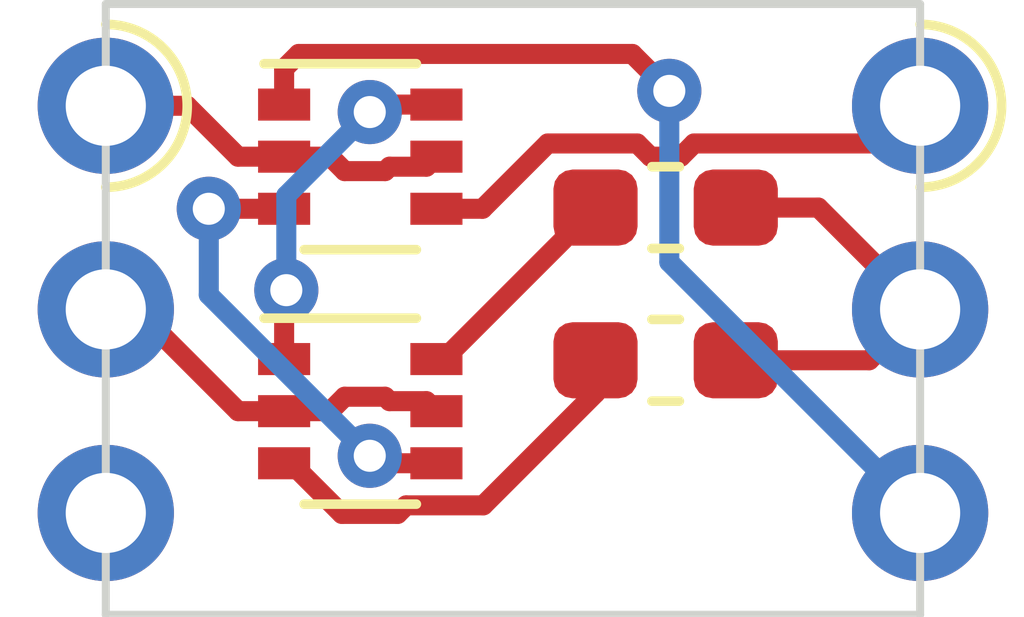
<source format=kicad_pcb>
(kicad_pcb (version 20171130) (host pcbnew 5.1.6)

  (general
    (thickness 1.6)
    (drawings 4)
    (tracks 63)
    (zones 0)
    (modules 6)
    (nets 11)
  )

  (page A4)
  (layers
    (0 F.Cu signal)
    (31 B.Cu signal)
    (32 B.Adhes user)
    (33 F.Adhes user)
    (34 B.Paste user)
    (35 F.Paste user)
    (36 B.SilkS user)
    (37 F.SilkS user)
    (38 B.Mask user)
    (39 F.Mask user)
    (40 Dwgs.User user)
    (41 Cmts.User user)
    (42 Eco1.User user)
    (43 Eco2.User user)
    (44 Edge.Cuts user)
    (45 Margin user)
    (46 B.CrtYd user)
    (47 F.CrtYd user)
    (48 B.Fab user)
    (49 F.Fab user hide)
  )

  (setup
    (last_trace_width 0.25)
    (user_trace_width 0.3)
    (trace_clearance 0.2)
    (zone_clearance 0.508)
    (zone_45_only no)
    (trace_min 0.2)
    (via_size 0.8)
    (via_drill 0.4)
    (via_min_size 0.4)
    (via_min_drill 0.3)
    (uvia_size 0.3)
    (uvia_drill 0.1)
    (uvias_allowed no)
    (uvia_min_size 0.2)
    (uvia_min_drill 0.1)
    (edge_width 0.05)
    (segment_width 0.2)
    (pcb_text_width 0.3)
    (pcb_text_size 1.5 1.5)
    (mod_edge_width 0.12)
    (mod_text_size 1 1)
    (mod_text_width 0.15)
    (pad_size 1.524 1.524)
    (pad_drill 0.762)
    (pad_to_mask_clearance 0.05)
    (aux_axis_origin 0 0)
    (visible_elements FFFFFF7F)
    (pcbplotparams
      (layerselection 0x010fc_ffffffff)
      (usegerberextensions false)
      (usegerberattributes true)
      (usegerberadvancedattributes true)
      (creategerberjobfile true)
      (excludeedgelayer true)
      (linewidth 0.100000)
      (plotframeref false)
      (viasonmask false)
      (mode 1)
      (useauxorigin false)
      (hpglpennumber 1)
      (hpglpenspeed 20)
      (hpglpendiameter 15.000000)
      (psnegative false)
      (psa4output false)
      (plotreference true)
      (plotvalue true)
      (plotinvisibletext false)
      (padsonsilk false)
      (subtractmaskfromsilk false)
      (outputformat 1)
      (mirror false)
      (drillshape 0)
      (scaleselection 1)
      (outputdirectory ""))
  )

  (net 0 "")
  (net 1 Vss)
  (net 2 Out)
  (net 3 B)
  (net 4 Vdd)
  (net 5 A)
  (net 6 "Net-(J1-Pad3)")
  (net 7 "Net-(Q1-Pad6)")
  (net 8 "Net-(Q1-Pad3)")
  (net 9 "Net-(Q2-Pad6)")
  (net 10 "Net-(Q2-Pad3)")

  (net_class Default "This is the default net class."
    (clearance 0.2)
    (trace_width 0.25)
    (via_dia 0.8)
    (via_drill 0.4)
    (uvia_dia 0.3)
    (uvia_drill 0.1)
    (add_net A)
    (add_net B)
    (add_net "Net-(J1-Pad3)")
    (add_net "Net-(Q1-Pad3)")
    (add_net "Net-(Q1-Pad6)")
    (add_net "Net-(Q2-Pad3)")
    (add_net "Net-(Q2-Pad6)")
    (add_net Out)
    (add_net Vdd)
    (add_net Vss)
  )

  (module Package_TO_SOT_SMD:SOT-363_SC-70-6 (layer F.Cu) (tedit 5A02FF57) (tstamp 5FF6BE13)
    (at 106.68 50.165)
    (descr "SOT-363, SC-70-6")
    (tags "SOT-363 SC-70-6")
    (path /5FFCF8E4)
    (attr smd)
    (fp_text reference Q1 (at 0 -2) (layer F.SilkS) hide
      (effects (font (size 1 1) (thickness 0.15)))
    )
    (fp_text value BSS8402DW (at 0 2 180) (layer F.Fab)
      (effects (font (size 1 1) (thickness 0.15)))
    )
    (fp_text user %R (at 0 0 90) (layer F.Fab)
      (effects (font (size 0.5 0.5) (thickness 0.075)))
    )
    (fp_line (start 0.7 -1.16) (end -1.2 -1.16) (layer F.SilkS) (width 0.12))
    (fp_line (start -0.7 1.16) (end 0.7 1.16) (layer F.SilkS) (width 0.12))
    (fp_line (start 1.6 1.4) (end 1.6 -1.4) (layer F.CrtYd) (width 0.05))
    (fp_line (start -1.6 -1.4) (end -1.6 1.4) (layer F.CrtYd) (width 0.05))
    (fp_line (start -1.6 -1.4) (end 1.6 -1.4) (layer F.CrtYd) (width 0.05))
    (fp_line (start 0.675 -1.1) (end -0.175 -1.1) (layer F.Fab) (width 0.1))
    (fp_line (start -0.675 -0.6) (end -0.675 1.1) (layer F.Fab) (width 0.1))
    (fp_line (start -1.6 1.4) (end 1.6 1.4) (layer F.CrtYd) (width 0.05))
    (fp_line (start 0.675 -1.1) (end 0.675 1.1) (layer F.Fab) (width 0.1))
    (fp_line (start 0.675 1.1) (end -0.675 1.1) (layer F.Fab) (width 0.1))
    (fp_line (start -0.175 -1.1) (end -0.675 -0.6) (layer F.Fab) (width 0.1))
    (pad 6 smd rect (at 0.95 -0.65) (size 0.65 0.4) (layers F.Cu F.Paste F.Mask)
      (net 7 "Net-(Q1-Pad6)"))
    (pad 4 smd rect (at 0.95 0.65) (size 0.65 0.4) (layers F.Cu F.Paste F.Mask)
      (net 4 Vdd))
    (pad 2 smd rect (at -0.95 0) (size 0.65 0.4) (layers F.Cu F.Paste F.Mask)
      (net 5 A))
    (pad 5 smd rect (at 0.95 0) (size 0.65 0.4) (layers F.Cu F.Paste F.Mask)
      (net 5 A))
    (pad 3 smd rect (at -0.95 0.65) (size 0.65 0.4) (layers F.Cu F.Paste F.Mask)
      (net 8 "Net-(Q1-Pad3)"))
    (pad 1 smd rect (at -0.95 -0.65) (size 0.65 0.4) (layers F.Cu F.Paste F.Mask)
      (net 1 Vss))
    (model ${KISYS3DMOD}/Package_TO_SOT_SMD.3dshapes/SOT-363_SC-70-6.wrl
      (at (xyz 0 0 0))
      (scale (xyz 1 1 1))
      (rotate (xyz 0 0 0))
    )
  )

  (module Package_TO_SOT_SMD:SOT-363_SC-70-6 (layer F.Cu) (tedit 5A02FF57) (tstamp 5FF6BE29)
    (at 106.68 53.34)
    (descr "SOT-363, SC-70-6")
    (tags "SOT-363 SC-70-6")
    (path /5FFD2E43)
    (attr smd)
    (fp_text reference Q2 (at 0 -2) (layer F.SilkS) hide
      (effects (font (size 1 1) (thickness 0.15)))
    )
    (fp_text value BSS8402DW (at 0 2 180) (layer F.Fab)
      (effects (font (size 1 1) (thickness 0.15)))
    )
    (fp_text user %R (at 0 0 90) (layer F.Fab)
      (effects (font (size 0.5 0.5) (thickness 0.075)))
    )
    (fp_line (start 0.7 -1.16) (end -1.2 -1.16) (layer F.SilkS) (width 0.12))
    (fp_line (start -0.7 1.16) (end 0.7 1.16) (layer F.SilkS) (width 0.12))
    (fp_line (start 1.6 1.4) (end 1.6 -1.4) (layer F.CrtYd) (width 0.05))
    (fp_line (start -1.6 -1.4) (end -1.6 1.4) (layer F.CrtYd) (width 0.05))
    (fp_line (start -1.6 -1.4) (end 1.6 -1.4) (layer F.CrtYd) (width 0.05))
    (fp_line (start 0.675 -1.1) (end -0.175 -1.1) (layer F.Fab) (width 0.1))
    (fp_line (start -0.675 -0.6) (end -0.675 1.1) (layer F.Fab) (width 0.1))
    (fp_line (start -1.6 1.4) (end 1.6 1.4) (layer F.CrtYd) (width 0.05))
    (fp_line (start 0.675 -1.1) (end 0.675 1.1) (layer F.Fab) (width 0.1))
    (fp_line (start 0.675 1.1) (end -0.675 1.1) (layer F.Fab) (width 0.1))
    (fp_line (start -0.175 -1.1) (end -0.675 -0.6) (layer F.Fab) (width 0.1))
    (pad 6 smd rect (at 0.95 -0.65) (size 0.65 0.4) (layers F.Cu F.Paste F.Mask)
      (net 9 "Net-(Q2-Pad6)"))
    (pad 4 smd rect (at 0.95 0.65) (size 0.65 0.4) (layers F.Cu F.Paste F.Mask)
      (net 8 "Net-(Q1-Pad3)"))
    (pad 2 smd rect (at -0.95 0) (size 0.65 0.4) (layers F.Cu F.Paste F.Mask)
      (net 3 B))
    (pad 5 smd rect (at 0.95 0) (size 0.65 0.4) (layers F.Cu F.Paste F.Mask)
      (net 3 B))
    (pad 3 smd rect (at -0.95 0.65) (size 0.65 0.4) (layers F.Cu F.Paste F.Mask)
      (net 10 "Net-(Q2-Pad3)"))
    (pad 1 smd rect (at -0.95 -0.65) (size 0.65 0.4) (layers F.Cu F.Paste F.Mask)
      (net 7 "Net-(Q1-Pad6)"))
    (model ${KISYS3DMOD}/Package_TO_SOT_SMD.3dshapes/SOT-363_SC-70-6.wrl
      (at (xyz 0 0 0))
      (scale (xyz 1 1 1))
      (rotate (xyz 0 0 0))
    )
  )

  (module Resistor_SMD:R_0603_1608Metric_Pad1.05x0.95mm_HandSolder (layer F.Cu) (tedit 5B301BBD) (tstamp 5FF6BE4B)
    (at 110.49 50.8 180)
    (descr "Resistor SMD 0603 (1608 Metric), square (rectangular) end terminal, IPC_7351 nominal with elongated pad for handsoldering. (Body size source: http://www.tortai-tech.com/upload/download/2011102023233369053.pdf), generated with kicad-footprint-generator")
    (tags "resistor handsolder")
    (path /5FFD91D1)
    (attr smd)
    (fp_text reference R2 (at 0 -1.43) (layer F.SilkS) hide
      (effects (font (size 1 1) (thickness 0.15)))
    )
    (fp_text value 12k (at 0 1.43) (layer F.Fab)
      (effects (font (size 1 1) (thickness 0.15)))
    )
    (fp_text user %R (at 0 0) (layer F.Fab)
      (effects (font (size 0.4 0.4) (thickness 0.06)))
    )
    (fp_line (start -0.8 0.4) (end -0.8 -0.4) (layer F.Fab) (width 0.1))
    (fp_line (start -0.8 -0.4) (end 0.8 -0.4) (layer F.Fab) (width 0.1))
    (fp_line (start 0.8 -0.4) (end 0.8 0.4) (layer F.Fab) (width 0.1))
    (fp_line (start 0.8 0.4) (end -0.8 0.4) (layer F.Fab) (width 0.1))
    (fp_line (start -0.171267 -0.51) (end 0.171267 -0.51) (layer F.SilkS) (width 0.12))
    (fp_line (start -0.171267 0.51) (end 0.171267 0.51) (layer F.SilkS) (width 0.12))
    (fp_line (start -1.65 0.73) (end -1.65 -0.73) (layer F.CrtYd) (width 0.05))
    (fp_line (start -1.65 -0.73) (end 1.65 -0.73) (layer F.CrtYd) (width 0.05))
    (fp_line (start 1.65 -0.73) (end 1.65 0.73) (layer F.CrtYd) (width 0.05))
    (fp_line (start 1.65 0.73) (end -1.65 0.73) (layer F.CrtYd) (width 0.05))
    (pad 2 smd roundrect (at 0.875 0 180) (size 1.05 0.95) (layers F.Cu F.Paste F.Mask) (roundrect_rratio 0.25)
      (net 9 "Net-(Q2-Pad6)"))
    (pad 1 smd roundrect (at -0.875 0 180) (size 1.05 0.95) (layers F.Cu F.Paste F.Mask) (roundrect_rratio 0.25)
      (net 2 Out))
    (model ${KISYS3DMOD}/Resistor_SMD.3dshapes/R_0603_1608Metric.wrl
      (at (xyz 0 0 0))
      (scale (xyz 1 1 1))
      (rotate (xyz 0 0 0))
    )
  )

  (module Resistor_SMD:R_0603_1608Metric_Pad1.05x0.95mm_HandSolder (layer F.Cu) (tedit 5B301BBD) (tstamp 5FF6BE3A)
    (at 110.49 52.705)
    (descr "Resistor SMD 0603 (1608 Metric), square (rectangular) end terminal, IPC_7351 nominal with elongated pad for handsoldering. (Body size source: http://www.tortai-tech.com/upload/download/2011102023233369053.pdf), generated with kicad-footprint-generator")
    (tags "resistor handsolder")
    (path /5FFD8C4E)
    (attr smd)
    (fp_text reference R1 (at 0 -1.43) (layer F.SilkS) hide
      (effects (font (size 1 1) (thickness 0.15)))
    )
    (fp_text value 12k (at 0 1.43) (layer F.Fab)
      (effects (font (size 1 1) (thickness 0.15)))
    )
    (fp_text user %R (at 0 0) (layer F.Fab)
      (effects (font (size 0.4 0.4) (thickness 0.06)))
    )
    (fp_line (start -0.8 0.4) (end -0.8 -0.4) (layer F.Fab) (width 0.1))
    (fp_line (start -0.8 -0.4) (end 0.8 -0.4) (layer F.Fab) (width 0.1))
    (fp_line (start 0.8 -0.4) (end 0.8 0.4) (layer F.Fab) (width 0.1))
    (fp_line (start 0.8 0.4) (end -0.8 0.4) (layer F.Fab) (width 0.1))
    (fp_line (start -0.171267 -0.51) (end 0.171267 -0.51) (layer F.SilkS) (width 0.12))
    (fp_line (start -0.171267 0.51) (end 0.171267 0.51) (layer F.SilkS) (width 0.12))
    (fp_line (start -1.65 0.73) (end -1.65 -0.73) (layer F.CrtYd) (width 0.05))
    (fp_line (start -1.65 -0.73) (end 1.65 -0.73) (layer F.CrtYd) (width 0.05))
    (fp_line (start 1.65 -0.73) (end 1.65 0.73) (layer F.CrtYd) (width 0.05))
    (fp_line (start 1.65 0.73) (end -1.65 0.73) (layer F.CrtYd) (width 0.05))
    (pad 2 smd roundrect (at 0.875 0) (size 1.05 0.95) (layers F.Cu F.Paste F.Mask) (roundrect_rratio 0.25)
      (net 2 Out))
    (pad 1 smd roundrect (at -0.875 0) (size 1.05 0.95) (layers F.Cu F.Paste F.Mask) (roundrect_rratio 0.25)
      (net 10 "Net-(Q2-Pad3)"))
    (model ${KISYS3DMOD}/Resistor_SMD.3dshapes/R_0603_1608Metric.wrl
      (at (xyz 0 0 0))
      (scale (xyz 1 1 1))
      (rotate (xyz 0 0 0))
    )
  )

  (module Castellation:Edge_Castellation_1x03_P2.54 (layer F.Cu) (tedit 5FED63D6) (tstamp 5FF6BDFD)
    (at 113.665 49.53)
    (descr "Edge Castellation, 1x03, 2.54mm pitch, single row")
    (tags "Castellation Edge 1x03 2.54mm single row")
    (path /5FE33D7E)
    (fp_text reference J2 (at 0 -2.54) (layer F.SilkS) hide
      (effects (font (size 1 1) (thickness 0.15)))
    )
    (fp_text value Conn_01x03 (at 0 7.85) (layer F.Fab)
      (effects (font (size 1 1) (thickness 0.15)))
    )
    (fp_text user %R (at 0 2.54 90) (layer F.Fab)
      (effects (font (size 1 1) (thickness 0.15)))
    )
    (fp_arc (start 0 0) (end 0 1.016) (angle -180) (layer F.SilkS) (width 0.12))
    (fp_line (start -1.27 -1.27) (end 0.635 -1.27) (layer F.Fab) (width 0.1))
    (fp_line (start 0.635 -1.27) (end 1.27 -0.635) (layer F.Fab) (width 0.1))
    (fp_line (start 1.27 -0.635) (end 1.27 6.35) (layer F.Fab) (width 0.1))
    (fp_line (start 1.27 6.35) (end -1.27 6.35) (layer F.Fab) (width 0.1))
    (fp_line (start -1.27 6.35) (end -1.27 -1.27) (layer F.Fab) (width 0.1))
    (pad 1 thru_hole oval (at 0 0) (size 1.7 1.7) (drill 1) (layers *.Cu *.Mask)
      (net 4 Vdd))
    (pad 2 thru_hole oval (at 0 2.54) (size 1.7 1.7) (drill 1) (layers *.Cu *.Mask)
      (net 2 Out))
    (pad 3 thru_hole oval (at 0 5.08) (size 1.7 1.7) (drill 1) (layers *.Cu *.Mask)
      (net 1 Vss))
  )

  (module Castellation:Edge_Castellation_1x03_P2.54 (layer F.Cu) (tedit 5FED63D6) (tstamp 5FF6BDEF)
    (at 103.505 49.53)
    (descr "Edge Castellation, 1x03, 2.54mm pitch, single row")
    (tags "Castellation Edge 1x03 2.54mm single row")
    (path /5FE32560)
    (fp_text reference J1 (at 0 -2.54) (layer F.SilkS) hide
      (effects (font (size 1 1) (thickness 0.15)))
    )
    (fp_text value Conn_01x03 (at 0 7.85) (layer F.Fab)
      (effects (font (size 1 1) (thickness 0.15)))
    )
    (fp_text user %R (at 0 2.54 90) (layer F.Fab)
      (effects (font (size 1 1) (thickness 0.15)))
    )
    (fp_arc (start 0 0) (end 0 1.016) (angle -180) (layer F.SilkS) (width 0.12))
    (fp_line (start -1.27 -1.27) (end 0.635 -1.27) (layer F.Fab) (width 0.1))
    (fp_line (start 0.635 -1.27) (end 1.27 -0.635) (layer F.Fab) (width 0.1))
    (fp_line (start 1.27 -0.635) (end 1.27 6.35) (layer F.Fab) (width 0.1))
    (fp_line (start 1.27 6.35) (end -1.27 6.35) (layer F.Fab) (width 0.1))
    (fp_line (start -1.27 6.35) (end -1.27 -1.27) (layer F.Fab) (width 0.1))
    (pad 1 thru_hole oval (at 0 0) (size 1.7 1.7) (drill 1) (layers *.Cu *.Mask)
      (net 5 A))
    (pad 2 thru_hole oval (at 0 2.54) (size 1.7 1.7) (drill 1) (layers *.Cu *.Mask)
      (net 3 B))
    (pad 3 thru_hole oval (at 0 5.08) (size 1.7 1.7) (drill 1) (layers *.Cu *.Mask)
      (net 6 "Net-(J1-Pad3)"))
  )

  (gr_line (start 113.665 48.26) (end 113.665 55.88) (layer Edge.Cuts) (width 0.1))
  (gr_line (start 103.505 48.26) (end 113.665 48.26) (layer Edge.Cuts) (width 0.1))
  (gr_line (start 103.505 55.88) (end 103.505 48.26) (layer Edge.Cuts) (width 0.1))
  (gr_line (start 113.665 55.88) (end 103.505 55.88) (layer Edge.Cuts) (width 0.1))

  (segment (start 112.395 50.8) (end 113.665 52.07) (width 0.25) (layer F.Cu) (net 2))
  (segment (start 111.365 50.8) (end 112.395 50.8) (width 0.25) (layer F.Cu) (net 2))
  (segment (start 113.03 52.705) (end 113.665 52.07) (width 0.25) (layer F.Cu) (net 2))
  (segment (start 111.365 52.705) (end 113.03 52.705) (width 0.25) (layer F.Cu) (net 2))
  (segment (start 103.885 52.07) (end 103.505 52.07) (width 0.25) (layer F.Cu) (net 3))
  (segment (start 105.155 53.34) (end 103.885 52.07) (width 0.25) (layer F.Cu) (net 3))
  (segment (start 105.73 53.34) (end 105.155 53.34) (width 0.25) (layer F.Cu) (net 3))
  (segment (start 107.044999 53.215001) (end 106.989986 53.159988) (width 0.25) (layer F.Cu) (net 3))
  (segment (start 106.485012 53.159988) (end 106.305 53.34) (width 0.25) (layer F.Cu) (net 3))
  (segment (start 106.989986 53.159988) (end 106.485012 53.159988) (width 0.25) (layer F.Cu) (net 3))
  (segment (start 107.63 53.34) (end 107.505001 53.215001) (width 0.25) (layer F.Cu) (net 3))
  (segment (start 106.305 53.34) (end 105.73 53.34) (width 0.25) (layer F.Cu) (net 3))
  (segment (start 107.505001 53.215001) (end 107.044999 53.215001) (width 0.25) (layer F.Cu) (net 3))
  (segment (start 105.155 50.165) (end 104.52 49.53) (width 0.25) (layer F.Cu) (net 5))
  (segment (start 104.52 49.53) (end 103.505 49.53) (width 0.25) (layer F.Cu) (net 5))
  (segment (start 105.73 50.165) (end 105.155 50.165) (width 0.25) (layer F.Cu) (net 5))
  (segment (start 106.989987 50.345011) (end 107.044999 50.289999) (width 0.25) (layer F.Cu) (net 5))
  (segment (start 107.505001 50.289999) (end 107.63 50.165) (width 0.25) (layer F.Cu) (net 5))
  (segment (start 106.305 50.165) (end 106.485011 50.345011) (width 0.25) (layer F.Cu) (net 5))
  (segment (start 106.485011 50.345011) (end 106.989987 50.345011) (width 0.25) (layer F.Cu) (net 5))
  (segment (start 105.73 50.165) (end 106.305 50.165) (width 0.25) (layer F.Cu) (net 5))
  (segment (start 107.044999 50.289999) (end 107.505001 50.289999) (width 0.25) (layer F.Cu) (net 5))
  (segment (start 110.49 49.53) (end 110.49 49.53) (width 0.25) (layer F.Cu) (net 1) (tstamp 5FF6C223))
  (via (at 110.535768 49.343999) (size 0.8) (drill 0.4) (layers F.Cu B.Cu) (net 1))
  (segment (start 110.074984 48.883215) (end 110.535768 49.343999) (width 0.25) (layer F.Cu) (net 1))
  (segment (start 105.73 49.065) (end 105.911785 48.883215) (width 0.25) (layer F.Cu) (net 1))
  (segment (start 105.73 49.515) (end 105.73 49.065) (width 0.25) (layer F.Cu) (net 1))
  (segment (start 105.911785 48.883215) (end 110.074984 48.883215) (width 0.25) (layer F.Cu) (net 1))
  (segment (start 110.535768 51.480768) (end 113.665 54.61) (width 0.25) (layer B.Cu) (net 1))
  (segment (start 110.535768 49.343999) (end 110.535768 51.480768) (width 0.25) (layer B.Cu) (net 1))
  (segment (start 110.8445 49.99999) (end 113.19501 49.99999) (width 0.25) (layer F.Cu) (net 4))
  (segment (start 110.67949 50.165) (end 110.8445 49.99999) (width 0.25) (layer F.Cu) (net 4))
  (segment (start 110.30051 50.165) (end 110.67949 50.165) (width 0.25) (layer F.Cu) (net 4))
  (segment (start 110.1355 49.99999) (end 110.30051 50.165) (width 0.25) (layer F.Cu) (net 4))
  (segment (start 109.02001 49.99999) (end 110.1355 49.99999) (width 0.25) (layer F.Cu) (net 4))
  (segment (start 108.205 50.815) (end 109.02001 49.99999) (width 0.25) (layer F.Cu) (net 4))
  (segment (start 113.19501 49.99999) (end 113.665 49.53) (width 0.25) (layer F.Cu) (net 4))
  (segment (start 107.63 50.815) (end 108.205 50.815) (width 0.25) (layer F.Cu) (net 4))
  (via (at 105.757238 51.830307) (size 0.8) (drill 0.4) (layers F.Cu B.Cu) (net 7))
  (segment (start 105.73 51.857545) (end 105.757238 51.830307) (width 0.25) (layer F.Cu) (net 7))
  (segment (start 105.73 52.69) (end 105.73 51.857545) (width 0.25) (layer F.Cu) (net 7))
  (segment (start 107.63 49.515) (end 106.891614 49.515) (width 0.25) (layer F.Cu) (net 7))
  (segment (start 105.757238 50.649376) (end 106.798398 49.608216) (width 0.25) (layer B.Cu) (net 7))
  (segment (start 105.757238 51.830307) (end 105.757238 50.649376) (width 0.25) (layer B.Cu) (net 7))
  (via (at 106.798398 49.608216) (size 0.8) (drill 0.4) (layers F.Cu B.Cu) (net 7))
  (segment (start 106.891614 49.515) (end 106.798398 49.608216) (width 0.25) (layer F.Cu) (net 7))
  (segment (start 107.63 53.99) (end 106.891612 53.99) (width 0.25) (layer F.Cu) (net 8))
  (via (at 106.798395 53.896783) (size 0.8) (drill 0.4) (layers F.Cu B.Cu) (net 8))
  (segment (start 106.891612 53.99) (end 106.798395 53.896783) (width 0.25) (layer F.Cu) (net 8))
  (segment (start 105.73 50.815) (end 104.79 50.815) (width 0.25) (layer F.Cu) (net 8))
  (segment (start 104.79 50.815) (end 104.79 50.815) (width 0.25) (layer F.Cu) (net 8) (tstamp 5FF6C1DA))
  (via (at 104.79 50.815) (size 0.8) (drill 0.4) (layers F.Cu B.Cu) (net 8))
  (segment (start 104.79 51.888388) (end 106.798395 53.896783) (width 0.25) (layer B.Cu) (net 8))
  (segment (start 104.79 50.815) (end 104.79 51.888388) (width 0.25) (layer B.Cu) (net 8))
  (segment (start 107.725 52.69) (end 109.615 50.8) (width 0.25) (layer F.Cu) (net 9))
  (segment (start 107.63 52.69) (end 107.725 52.69) (width 0.25) (layer F.Cu) (net 9))
  (segment (start 109.615 53.115002) (end 109.615 52.705) (width 0.25) (layer F.Cu) (net 10))
  (segment (start 106.450394 54.621784) (end 107.146396 54.621784) (width 0.25) (layer F.Cu) (net 10))
  (segment (start 105.73 53.99) (end 105.81861 53.99) (width 0.25) (layer F.Cu) (net 10))
  (segment (start 105.81861 53.99) (end 106.450394 54.621784) (width 0.25) (layer F.Cu) (net 10))
  (segment (start 108.215001 54.515001) (end 109.615 53.115002) (width 0.25) (layer F.Cu) (net 10))
  (segment (start 107.146396 54.621784) (end 107.253179 54.515001) (width 0.25) (layer F.Cu) (net 10))
  (segment (start 107.253179 54.515001) (end 108.215001 54.515001) (width 0.25) (layer F.Cu) (net 10))

)

</source>
